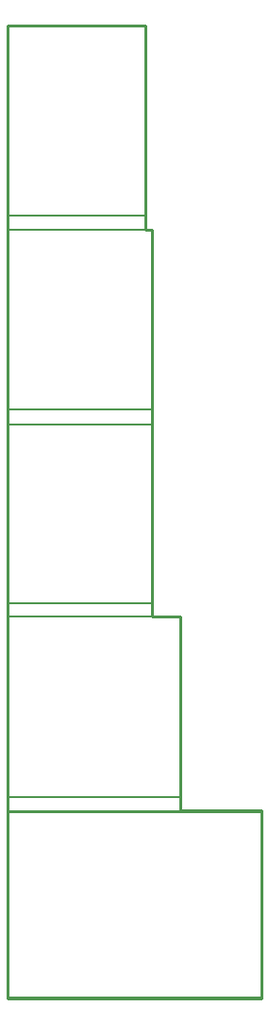
<source format=gbr>
%TF.GenerationSoftware,Altium Limited,Altium Designer,22.6.1 (34)*%
G04 Layer_Color=16711935*
%FSLAX45Y45*%
%MOMM*%
%TF.SameCoordinates,41C29604-6FBD-4392-AD62-CF0DA8D1722B*%
%TF.FilePolarity,Positive*%
%TF.FileFunction,Keep-out,Top*%
%TF.Part,CustomerPanel*%
G01*
G75*
%TA.AperFunction,NonConductor*%
%ADD50C,0.20000*%
%ADD52C,0.25400*%
D50*
X1140338Y3362839D02*
Y4963039D01*
X-155062D02*
X1140338D01*
X-155062Y3362839D02*
Y4963039D01*
Y3362839D02*
X1127638D01*
X-165100Y6705600D02*
X1130300D01*
X-165100Y5092700D02*
Y6705600D01*
Y5092700D02*
X1130300D01*
Y6705600D01*
X-165100Y6832600D02*
X1066800D01*
X-165100D02*
Y8534400D01*
X1066800Y6832600D02*
Y8534400D01*
X-165100D02*
X1066800D01*
X1384300Y1625600D02*
Y3238500D01*
X-165100Y1625600D02*
X1384300D01*
X-165100D02*
Y3238500D01*
Y3238500D02*
X1384300Y3238500D01*
D52*
X1384300Y1503242D02*
X1384300Y3238500D01*
X-165100Y-174982D02*
X2108200D01*
Y1503242D01*
X1384300D02*
X2108200D01*
X1130299Y3238500D02*
X1384300D01*
X1130300Y4978400D02*
Y6705600D01*
X1130299Y3238500D02*
X1130300Y4978400D01*
X1066800Y6705600D02*
Y8534400D01*
Y6705600D02*
X1130300D01*
X-165100Y8534400D02*
X1066800D01*
X-165100Y-174982D02*
Y8534400D01*
Y-177799D02*
Y1498601D01*
Y-177799D02*
X2108200Y-177799D01*
X-165100Y1498601D02*
X2108200Y1498601D01*
Y-177799D02*
Y1498601D01*
%TF.MD5,1541e8ee2b6ac454039176c41841719b*%
M02*

</source>
